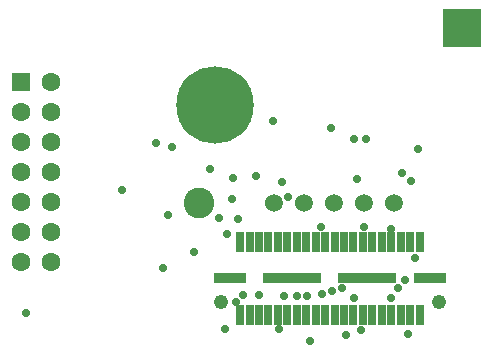
<source format=gbs>
G04*
G04 #@! TF.GenerationSoftware,Altium Limited,Altium Designer,21.6.4 (81)*
G04*
G04 Layer_Color=16711935*
%FSLAX25Y25*%
%MOIN*%
G70*
G04*
G04 #@! TF.SameCoordinates,82D07BB3-39A6-4B9F-A2C0-6B90CFECE1EA*
G04*
G04*
G04 #@! TF.FilePolarity,Negative*
G04*
G01*
G75*
%ADD18R,0.12800X0.12800*%
%ADD19C,0.04816*%
%ADD20R,0.06300X0.06300*%
%ADD21C,0.06300*%
%ADD22C,0.10209*%
%ADD23C,0.05989*%
%ADD24C,0.25800*%
%ADD25C,0.02800*%
%ADD38R,0.19304X0.03320*%
%ADD39R,0.10800X0.03320*%
%ADD40R,0.02611X0.06509*%
D18*
X83626Y73008D02*
D03*
D19*
X3126Y-18492D02*
D03*
X75882D02*
D03*
D20*
X-63374Y55008D02*
D03*
D21*
X-53374Y45008D02*
D03*
Y55008D02*
D03*
X-63374Y45008D02*
D03*
X-53374Y35008D02*
D03*
X-63374D02*
D03*
X-53374Y25008D02*
D03*
X-63374D02*
D03*
X-53374Y15008D02*
D03*
X-63374D02*
D03*
X-53374Y5008D02*
D03*
X-63374D02*
D03*
X-53374Y-4992D02*
D03*
X-63374D02*
D03*
D22*
X-4000Y14500D02*
D03*
D23*
X21000D02*
D03*
X31000D02*
D03*
X41000D02*
D03*
X51000D02*
D03*
X61000D02*
D03*
D24*
X1205Y47362D02*
D03*
D25*
X-14500Y10500D02*
D03*
X-5811Y-1725D02*
D03*
X-18500Y34500D02*
D03*
X69000Y32500D02*
D03*
X51500Y36000D02*
D03*
X20500Y42000D02*
D03*
X40000Y39500D02*
D03*
X47574Y35925D02*
D03*
X15000Y23500D02*
D03*
X23500Y21500D02*
D03*
X67904Y-3610D02*
D03*
X64704Y-11209D02*
D03*
X62204Y-13710D02*
D03*
X47675Y-17175D02*
D03*
X43504Y-13810D02*
D03*
X32000Y-16500D02*
D03*
X4500Y-27500D02*
D03*
X22500D02*
D03*
X50000Y-27729D02*
D03*
X33000Y-31500D02*
D03*
X45000Y-29500D02*
D03*
X65500Y-29000D02*
D03*
X-496Y26090D02*
D03*
X7204Y22886D02*
D03*
X5204Y4384D02*
D03*
X8882Y9190D02*
D03*
X-29896Y19091D02*
D03*
X6804Y15991D02*
D03*
X25504Y16691D02*
D03*
X36780Y-15722D02*
D03*
X-15996Y-6910D02*
D03*
X15882Y-15932D02*
D03*
X24313Y-16409D02*
D03*
X28480D02*
D03*
X59976Y-17210D02*
D03*
X8204Y-18409D02*
D03*
X2405Y9590D02*
D03*
X-13196Y33290D02*
D03*
X36504Y6590D02*
D03*
X51004D02*
D03*
X59976Y5891D02*
D03*
X48500Y22691D02*
D03*
X63500Y24590D02*
D03*
X66504Y21891D02*
D03*
X-61896Y-22009D02*
D03*
X10704Y-16010D02*
D03*
X40104Y-14609D02*
D03*
D38*
X27004Y-10461D02*
D03*
X52004D02*
D03*
D39*
X6256D02*
D03*
X72752D02*
D03*
D40*
X9583Y-22606D02*
D03*
Y1685D02*
D03*
X12732Y-22606D02*
D03*
Y1685D02*
D03*
X15882Y-22606D02*
D03*
Y1685D02*
D03*
X19032Y-22606D02*
D03*
Y1685D02*
D03*
X22181Y-22606D02*
D03*
Y1685D02*
D03*
X25331Y-22606D02*
D03*
Y1685D02*
D03*
X28480Y-22606D02*
D03*
Y1685D02*
D03*
X31630Y-22606D02*
D03*
Y1685D02*
D03*
X34780Y-22606D02*
D03*
Y1685D02*
D03*
X37929Y-22606D02*
D03*
Y1685D02*
D03*
X41079Y-22606D02*
D03*
Y1685D02*
D03*
X44228Y-22606D02*
D03*
Y1685D02*
D03*
X47378Y-22606D02*
D03*
Y1685D02*
D03*
X50528Y-22606D02*
D03*
Y1685D02*
D03*
X53677Y-22606D02*
D03*
Y1685D02*
D03*
X56827Y-22606D02*
D03*
Y1685D02*
D03*
X59976Y-22606D02*
D03*
Y1685D02*
D03*
X63126Y-22606D02*
D03*
Y1685D02*
D03*
X66276Y-22606D02*
D03*
Y1685D02*
D03*
X69425Y-22606D02*
D03*
Y1685D02*
D03*
M02*

</source>
